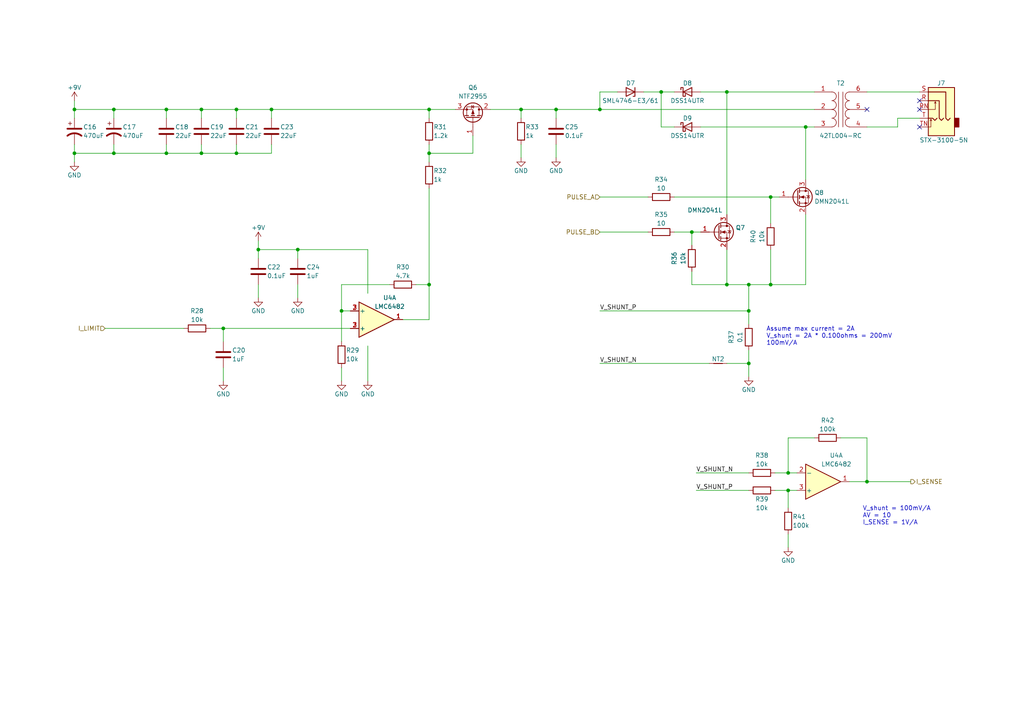
<source format=kicad_sch>
(kicad_sch (version 20211123) (generator eeschema)
  (paper "A4")
  (title_block (title "SW-3221: Isolated Channel Driver") (date "2022-01-31") (rev "1"))
  (lib_symbols
    (symbol "Amplifier_Operational:LMC6482" (pin_names (offset 0.127))
      (property "Reference" "U" (at 0 5.08 0))
      (property "Value" "LMC6482" (at 0 -5.08 0))
      (symbol "LMC6482_1_1"
        (polyline (pts (xy -5.08 5.08) (xy 5.08 0) (xy -5.08 -5.08) (xy -5.08 5.08)) (stroke (width 0.254)) (fill (type background)))
        (pin output line (at 7.62 0 180) (length 2.54) (name "~") (number "1"))
        (pin input line (at -7.62 -2.54 0) (length 2.54) (name "-") (number "2"))
        (pin input line (at -7.62 2.54 0) (length 2.54) (name "+") (number "3"))
      )
      (symbol "LMC6482_2_1"
        (polyline (pts (xy -5.08 5.08) (xy 5.08 0) (xy -5.08 -5.08) (xy -5.08 5.08)) (stroke (width 0.254)) (fill (type background)))
        (pin input line (at -7.62 2.54 0) (length 2.54) (name "+") (number "5"))
        (pin input line (at -7.62 -2.54 0) (length 2.54) (name "-") (number "6"))
        (pin output line (at 7.62 0 180) (length 2.54) (name "~") (number "7"))
      )
      (symbol "LMC6482_3_1"
        (pin power_in line (at -2.54 -7.62 90) (length 3.81) (name "V-") (number "4"))
        (pin power_in line (at -2.54 7.62 270) (length 3.81) (name "V+") (number "8"))
      )
    )
    (symbol "Connector:AudioJack3_SwitchTR"
      (property "Reference" "J" (at 0 8.89 0))
      (property "Value" "AudioJack3_SwitchTR" (at 0 6.35 0))
      (symbol "AudioJack3_SwitchTR_0_1"
        (rectangle (start -5.08 -5.08) (end -6.35 -7.62) (stroke (width 0.254)) (fill (type outline)))
        (polyline (pts (xy 0.508 -0.254) (xy 0.762 -0.762)))
        (polyline (pts (xy 1.778 -5.334) (xy 2.032 -5.842)))
        (polyline (pts (xy 0 -5.08) (xy 0.635 -5.715) (xy 1.27 -5.08) (xy 2.54 -5.08)) (stroke (width 0.254)))
        (polyline (pts (xy 2.54 -7.62) (xy 1.778 -7.62) (xy 1.778 -5.334) (xy 1.524 -5.842)))
        (polyline (pts (xy 2.54 -2.54) (xy 0.508 -2.54) (xy 0.508 -0.254) (xy 0.254 -0.762)))
        (polyline (pts (xy -1.905 -5.08) (xy -1.27 -5.715) (xy -0.635 -5.08) (xy -0.635 0) (xy 2.54 0)) (stroke (width 0.254)))
        (polyline (pts (xy 2.54 2.54) (xy -2.54 2.54) (xy -2.54 -5.08) (xy -3.175 -5.715) (xy -3.81 -5.08)) (stroke (width 0.254)))
        (rectangle (start 2.54 3.81) (end -5.08 -10.16) (stroke (width 0.254)) (fill (type background)))
      )
      (symbol "AudioJack3_SwitchTR_1_1"
        (pin passive line (at 5.08 0 180) (length 2.54) (name "~") (number "R"))
        (pin passive line (at 5.08 -2.54 180) (length 2.54) (name "~") (number "RN"))
        (pin passive line (at 5.08 2.54 180) (length 2.54) (name "~") (number "S"))
        (pin passive line (at 5.08 -5.08 180) (length 2.54) (name "~") (number "T"))
        (pin passive line (at 5.08 -7.62 180) (length 2.54) (name "~") (number "TN"))
      )
    )
    (symbol "Device:C" (pin_numbers hide) (pin_names (offset 0.254))
      (property "Reference" "C" (at 0.635 2.54 0))
      (property "Value" "C" (at 0.635 -2.54 0))
      (symbol "C_0_1"
        (polyline (pts (xy -2.032 -0.762) (xy 2.032 -0.762)) (stroke (width 0.508)))
        (polyline (pts (xy -2.032 0.762) (xy 2.032 0.762)) (stroke (width 0.508)))
      )
      (symbol "C_1_1"
        (pin passive line (at 0 3.81 270) (length 2.794) (name "~") (number "1"))
        (pin passive line (at 0 -3.81 90) (length 2.794) (name "~") (number "2"))
      )
    )
    (symbol "Device:C_Polarized_US" (pin_numbers hide) (pin_names (offset 0.254) hide)
      (property "Reference" "C" (at 0.635 2.54 0))
      (property "Value" "C_Polarized_US" (at 0.635 -2.54 0))
      (symbol "C_Polarized_US_0_1"
        (polyline (pts (xy -2.032 0.762) (xy 2.032 0.762)) (stroke (width 0.508)))
        (polyline (pts (xy -1.778 2.286) (xy -0.762 2.286)))
        (polyline (pts (xy -1.27 1.778) (xy -1.27 2.794)))
        (arc (start 2.032 -1.27) (mid 0 -0.5572) (end -2.032 -1.27) (stroke (width 0.508)))
      )
      (symbol "C_Polarized_US_1_1"
        (pin passive line (at 0 3.81 270) (length 2.794) (name "~") (number "1"))
        (pin passive line (at 0 -3.81 90) (length 3.302) (name "~") (number "2"))
      )
    )
    (symbol "Device:D_Schottky" (pin_numbers hide) (pin_names (offset 1.016) hide)
      (property "Reference" "D" (at 0 2.54 0))
      (property "Value" "D_Schottky" (at 0 -2.54 0))
      (symbol "D_Schottky_0_1"
        (polyline (pts (xy 1.27 0) (xy -1.27 0)))
        (polyline (pts (xy 1.27 1.27) (xy 1.27 -1.27) (xy -1.27 0) (xy 1.27 1.27)) (stroke (width 0.254)))
        (polyline (pts (xy -1.905 0.635) (xy -1.905 1.27) (xy -1.27 1.27) (xy -1.27 -1.27) (xy -0.635 -1.27) (xy -0.635 -0.635)) (stroke (width 0.254)))
      )
      (symbol "D_Schottky_1_1"
        (pin passive line (at -3.81 0 0) (length 2.54) (name "K") (number "1"))
        (pin passive line (at 3.81 0 180) (length 2.54) (name "A") (number "2"))
      )
    )
    (symbol "Device:D_Zener" (pin_numbers hide) (pin_names (offset 1.016) hide)
      (property "Reference" "D" (at 0 2.54 0))
      (property "Value" "D_Zener" (at 0 -2.54 0))
      (symbol "D_Zener_0_1"
        (polyline (pts (xy 1.27 0) (xy -1.27 0)))
        (polyline (pts (xy -1.27 -1.27) (xy -1.27 1.27) (xy -0.762 1.27)) (stroke (width 0.254)))
        (polyline (pts (xy 1.27 -1.27) (xy 1.27 1.27) (xy -1.27 0) (xy 1.27 -1.27)) (stroke (width 0.254)))
      )
      (symbol "D_Zener_1_1"
        (pin passive line (at -3.81 0 0) (length 2.54) (name "K") (number "1"))
        (pin passive line (at 3.81 0 180) (length 2.54) (name "A") (number "2"))
      )
    )
    (symbol "Device:NetTie_2" (pin_numbers hide) (pin_names (offset 0) hide)
      (property "Reference" "NT" (at 0 1.27 0))
      (property "Value" "NetTie_2" (at 0 -1.27 0))
      (symbol "NetTie_2_0_1"
        (polyline (pts (xy -1.27 0) (xy 1.27 0)) (stroke (width 0.254)))
      )
      (symbol "NetTie_2_1_1"
        (pin passive line (at -2.54 0 0) (length 2.54) (name "1") (number "1"))
        (pin passive line (at 2.54 0 180) (length 2.54) (name "2") (number "2"))
      )
    )
    (symbol "Device:Q_PMOS_GDS" (pin_names (offset 0) hide)
      (property "Reference" "Q" (at 5.08 1.27 0))
      (property "Value" "Q_PMOS_GDS" (at 5.08 -1.27 0))
      (symbol "Q_PMOS_GDS_0_1"
        (polyline (pts (xy 0.254 0) (xy -2.54 0)))
        (polyline (pts (xy 0.254 1.905) (xy 0.254 -1.905)) (stroke (width 0.254)))
        (polyline (pts (xy 0.762 -1.27) (xy 0.762 -2.286)) (stroke (width 0.254)))
        (polyline (pts (xy 0.762 0.508) (xy 0.762 -0.508)) (stroke (width 0.254)))
        (polyline (pts (xy 0.762 2.286) (xy 0.762 1.27)) (stroke (width 0.254)))
        (polyline (pts (xy 2.54 2.54) (xy 2.54 1.778)))
        (polyline (pts (xy 2.54 -2.54) (xy 2.54 0) (xy 0.762 0)))
        (polyline (pts (xy 0.762 1.778) (xy 3.302 1.778) (xy 3.302 -1.778) (xy 0.762 -1.778)))
        (polyline (pts (xy 2.286 0) (xy 1.27 0.381) (xy 1.27 -0.381) (xy 2.286 0)) (fill (type outline)))
        (polyline (pts (xy 2.794 -0.508) (xy 2.921 -0.381) (xy 3.683 -0.381) (xy 3.81 -0.254)))
        (polyline (pts (xy 3.302 -0.381) (xy 2.921 0.254) (xy 3.683 0.254) (xy 3.302 -0.381)))
        (circle (center 1.651 0) (radius 2.794) (stroke (width 0.254)))
        (circle (center 2.54 -1.778) (radius 0.254) (fill (type outline)))
        (circle (center 2.54 1.778) (radius 0.254) (fill (type outline)))
      )
      (symbol "Q_PMOS_GDS_1_1"
        (pin input line (at -5.08 0 0) (length 2.54) (name "G") (number "1"))
        (pin passive line (at 2.54 5.08 270) (length 2.54) (name "D") (number "2"))
        (pin passive line (at 2.54 -5.08 90) (length 2.54) (name "S") (number "3"))
      )
    )
    (symbol "Device:R" (pin_numbers hide) (pin_names (offset 0))
      (property "Reference" "R" (at 2.032 0 90))
      (property "Value" "R" (at 0 0 90))
      (symbol "R_0_1"
        (rectangle (start -1.016 -2.54) (end 1.016 2.54) (stroke (width 0.254)))
      )
      (symbol "R_1_1"
        (pin passive line (at 0 3.81 270) (length 1.27) (name "~") (number "1"))
        (pin passive line (at 0 -3.81 90) (length 1.27) (name "~") (number "2"))
      )
    )
    (symbol "SaawLib:Transformer_SP_SS" (pin_names hide)
      (property "Reference" "T" (at 0 10.16 0))
      (property "Value" "Transformer_SP_SS" (at 0 7.62 0))
      (symbol "Transformer_SP_SS_0_1"
        (arc (start -2.54 -5.0546) (mid -1.6561 -4.6863) (end -1.27 -3.81))
        (arc (start -2.54 -2.5146) (mid -1.6561 -2.1463) (end -1.27 -1.27))
        (arc (start -2.54 0.0254) (mid -1.6561 0.3937) (end -1.27 1.27))
        (arc (start -2.54 2.5654) (mid -1.6561 2.9337) (end -1.27 3.81))
        (arc (start -1.27 -3.81) (mid -1.642 -2.912) (end -2.54 -2.54))
        (arc (start -1.27 -1.27) (mid -1.642 -0.372) (end -2.54 0))
        (arc (start -1.27 1.27) (mid -1.642 2.168) (end -2.54 2.54))
        (arc (start -1.27 3.81) (mid -1.642 4.708) (end -2.54 5.08))
        (polyline (pts (xy -0.635 5.08) (xy -0.635 -5.08)))
        (polyline (pts (xy 0.635 -5.08) (xy 0.635 5.08)))
        (arc (start 1.2954 -1.27) (mid 1.6599 -2.1501) (end 2.54 -2.5146))
        (arc (start 1.2954 1.27) (mid 1.6599 0.3899) (end 2.54 0.0254))
        (arc (start 1.2954 3.81) (mid 1.6599 2.9299) (end 2.54 2.5654))
        (arc (start 1.3208 -3.81) (mid 1.6853 -4.6901) (end 2.5654 -5.0546))
        (arc (start 2.54 0) (mid 1.6456 -0.3683) (end 1.2954 -1.27))
        (arc (start 2.54 2.54) (mid 1.6456 2.1717) (end 1.2954 1.27))
        (arc (start 2.54 5.08) (mid 1.6456 4.7117) (end 1.2954 3.81))
        (arc (start 2.5654 -2.54) (mid 1.671 -2.9083) (end 1.3208 -3.81))
      )
      (symbol "Transformer_SP_SS_1_1"
        (pin passive line (at -7.62 5.08 0) (length 5.08) (name "PR1") (number "1"))
        (pin passive line (at -7.62 0 0) (length 5.08) (name "PM") (number "2"))
        (pin passive line (at -7.62 -5.08 0) (length 5.08) (name "PR2") (number "3"))
        (pin passive line (at 7.62 -5.08 180) (length 5.08) (name "S1") (number "4"))
        (pin passive line (at 7.62 0 180) (length 5.08) (name "SM") (number "5"))
        (pin passive line (at 7.62 5.08 180) (length 5.08) (name "S2") (number "6"))
      )
    )
    (symbol "Transistor_FET:DMN2041L" (pin_names hide)
      (property "Reference" "Q" (at 5.08 1.905 0))
      (property "Value" "DMN2041L" (at 5.08 0 0))
      (symbol "DMN2041L_0_1"
        (polyline (pts (xy 0.254 0) (xy -2.54 0)))
        (polyline (pts (xy 0.254 1.905) (xy 0.254 -1.905)) (stroke (width 0.254)))
        (polyline (pts (xy 0.762 -1.27) (xy 0.762 -2.286)) (stroke (width 0.254)))
        (polyline (pts (xy 0.762 0.508) (xy 0.762 -0.508)) (stroke (width 0.254)))
        (polyline (pts (xy 0.762 2.286) (xy 0.762 1.27)) (stroke (width 0.254)))
        (polyline (pts (xy 2.54 2.54) (xy 2.54 1.778)))
        (polyline (pts (xy 2.54 -2.54) (xy 2.54 0) (xy 0.762 0)))
        (polyline (pts (xy 0.762 -1.778) (xy 3.302 -1.778) (xy 3.302 1.778) (xy 0.762 1.778)))
        (polyline (pts (xy 1.016 0) (xy 2.032 0.381) (xy 2.032 -0.381) (xy 1.016 0)) (fill (type outline)))
        (polyline (pts (xy 2.794 0.508) (xy 2.921 0.381) (xy 3.683 0.381) (xy 3.81 0.254)))
        (polyline (pts (xy 3.302 0.381) (xy 2.921 -0.254) (xy 3.683 -0.254) (xy 3.302 0.381)))
        (circle (center 1.651 0) (radius 2.794) (stroke (width 0.254)))
        (circle (center 2.54 -1.778) (radius 0.254) (fill (type outline)))
        (circle (center 2.54 1.778) (radius 0.254) (fill (type outline)))
      )
      (symbol "DMN2041L_1_1"
        (pin input line (at -5.08 0 0) (length 2.54) (name "G") (number "1"))
        (pin passive line (at 2.54 -5.08 90) (length 2.54) (name "S") (number "2"))
        (pin passive line (at 2.54 5.08 270) (length 2.54) (name "D") (number "3"))
      )
    )
    (symbol "power:+9V" (power) (pin_names (offset 0))
      (property "Value" "+9V" (at 0 3.556 0))
      (symbol "+9V_0_1"
        (polyline (pts (xy -0.762 1.27) (xy 0 2.54)))
        (polyline (pts (xy 0 0) (xy 0 2.54)))
        (polyline (pts (xy 0 2.54) (xy 0.762 1.27)))
      )
      (symbol "+9V_1_1"
        (pin power_in line (at 0 0 90) (length 0) hide (name "+9V") (number "1"))
      )
    )
    (symbol "power:GND" (power) (pin_names (offset 0))
      (property "Value" "GND" (at 0 -3.81 0))
      (symbol "GND_0_1"
        (polyline (pts (xy 0 0) (xy 0 -1.27) (xy 1.27 -1.27) (xy 0 -2.54) (xy -1.27 -1.27) (xy 0 -1.27)))
      )
      (symbol "GND_1_1"
        (pin power_in line (at 0 0 270) (length 0) hide (name "GND") (number "1"))
      )
    )
  )
  (junction (at 191.77 26.67))
  (junction (at 68.58 31.75))
  (junction (at 99.06 90.17))
  (junction (at 200.66 67.31))
  (junction (at 68.58 44.45))
  (junction (at 223.52 57.15))
  (junction (at 173.99 31.75))
  (junction (at 124.46 82.55))
  (junction (at 228.6 137.16))
  (junction (at 210.82 26.67))
  (junction (at 58.42 31.75))
  (junction (at 124.46 31.75))
  (junction (at 251.46 139.7))
  (junction (at 86.36 72.39))
  (junction (at 64.77 95.25))
  (junction (at 223.52 82.55))
  (junction (at 233.68 36.83))
  (junction (at 78.74 31.75))
  (junction (at 217.17 82.55))
  (junction (at 33.02 44.45))
  (junction (at 124.46 44.45))
  (junction (at 33.02 31.75))
  (junction (at 161.29 31.75))
  (junction (at 74.93 72.39))
  (junction (at 217.17 90.17))
  (junction (at 48.26 31.75))
  (junction (at 21.59 44.45))
  (junction (at 210.82 82.55))
  (junction (at 21.59 31.75))
  (junction (at 228.6 142.24))
  (junction (at 58.42 44.45))
  (junction (at 151.13 31.75))
  (junction (at 48.26 44.45))
  (junction (at 217.17 105.41))
  (no_connect (at 266.7 29.21))
  (no_connect (at 266.7 36.83))
  (no_connect (at 266.7 31.75))
  (no_connect (at 251.46 31.75))
  (wire (pts (xy 78.74 41.91) (xy 78.74 44.45)))
  (wire (pts (xy 210.82 82.55) (xy 217.17 82.55)))
  (wire (pts (xy 217.17 90.17) (xy 217.17 93.98)))
  (wire (pts (xy 151.13 41.91) (xy 151.13 45.72)))
  (wire (pts (xy 191.77 36.83) (xy 191.77 26.67)))
  (wire (pts (xy 266.7 34.29) (xy 260.35 34.29)))
  (wire (pts (xy 210.82 26.67) (xy 210.82 62.23)))
  (wire (pts (xy 124.46 82.55) (xy 124.46 92.71)))
  (wire (pts (xy 33.02 41.91) (xy 33.02 44.45)))
  (wire (pts (xy 251.46 36.83) (xy 260.35 36.83)))
  (wire (pts (xy 186.69 26.67) (xy 191.77 26.67)))
  (wire (pts (xy 195.58 57.15) (xy 223.52 57.15)))
  (wire (pts (xy 116.84 92.71) (xy 124.46 92.71)))
  (wire (pts (xy 68.58 31.75) (xy 68.58 34.29)))
  (wire (pts (xy 200.66 82.55) (xy 200.66 78.74)))
  (wire (pts (xy 120.65 82.55) (xy 124.46 82.55)))
  (wire (pts (xy 203.2 26.67) (xy 210.82 26.67)))
  (wire (pts (xy 223.52 82.55) (xy 233.68 82.55)))
  (wire (pts (xy 173.99 31.75) (xy 236.22 31.75)))
  (wire (pts (xy 78.74 34.29) (xy 78.74 31.75)))
  (wire (pts (xy 161.29 31.75) (xy 173.99 31.75)))
  (wire (pts (xy 243.84 127) (xy 251.46 127)))
  (wire (pts (xy 58.42 44.45) (xy 68.58 44.45)))
  (wire (pts (xy 74.93 82.55) (xy 74.93 86.36)))
  (wire (pts (xy 217.17 101.6) (xy 217.17 105.41)))
  (wire (pts (xy 64.77 95.25) (xy 101.6 95.25)))
  (wire (pts (xy 223.52 72.39) (xy 223.52 82.55)))
  (wire (pts (xy 210.82 26.67) (xy 236.22 26.67)))
  (wire (pts (xy 86.36 72.39) (xy 106.68 72.39)))
  (wire (pts (xy 191.77 36.83) (xy 195.58 36.83)))
  (wire (pts (xy 151.13 31.75) (xy 151.13 34.29)))
  (wire (pts (xy 142.24 31.75) (xy 151.13 31.75)))
  (wire (pts (xy 224.79 137.16) (xy 228.6 137.16)))
  (wire (pts (xy 33.02 44.45) (xy 48.26 44.45)))
  (wire (pts (xy 124.46 44.45) (xy 124.46 46.99)))
  (wire (pts (xy 210.82 82.55) (xy 200.66 82.55)))
  (wire (pts (xy 74.93 72.39) (xy 74.93 74.93)))
  (wire (pts (xy 30.48 95.25) (xy 53.34 95.25)))
  (wire (pts (xy 124.46 31.75) (xy 132.08 31.75)))
  (wire (pts (xy 124.46 41.91) (xy 124.46 44.45)))
  (wire (pts (xy 228.6 154.94) (xy 228.6 158.75)))
  (wire (pts (xy 21.59 41.91) (xy 21.59 44.45)))
  (wire (pts (xy 58.42 31.75) (xy 68.58 31.75)))
  (wire (pts (xy 137.16 39.37) (xy 137.16 44.45)))
  (wire (pts (xy 228.6 137.16) (xy 231.14 137.16)))
  (wire (pts (xy 203.2 36.83) (xy 233.68 36.83)))
  (wire (pts (xy 33.02 34.29) (xy 33.02 31.75)))
  (wire (pts (xy 210.82 105.41) (xy 217.17 105.41)))
  (wire (pts (xy 124.46 54.61) (xy 124.46 82.55)))
  (wire (pts (xy 200.66 67.31) (xy 200.66 71.12)))
  (wire (pts (xy 68.58 31.75) (xy 78.74 31.75)))
  (wire (pts (xy 251.46 139.7) (xy 264.16 139.7)))
  (wire (pts (xy 58.42 41.91) (xy 58.42 44.45)))
  (wire (pts (xy 74.93 72.39) (xy 86.36 72.39)))
  (wire (pts (xy 233.68 62.23) (xy 233.68 82.55)))
  (wire (pts (xy 251.46 127) (xy 251.46 139.7)))
  (wire (pts (xy 224.79 142.24) (xy 228.6 142.24)))
  (wire (pts (xy 60.96 95.25) (xy 64.77 95.25)))
  (wire (pts (xy 228.6 127) (xy 228.6 137.16)))
  (wire (pts (xy 217.17 82.55) (xy 223.52 82.55)))
  (wire (pts (xy 78.74 31.75) (xy 124.46 31.75)))
  (wire (pts (xy 21.59 44.45) (xy 21.59 46.99)))
  (wire (pts (xy 64.77 95.25) (xy 64.77 99.06)))
  (wire (pts (xy 201.93 137.16) (xy 217.17 137.16)))
  (wire (pts (xy 223.52 57.15) (xy 226.06 57.15)))
  (wire (pts (xy 86.36 82.55) (xy 86.36 86.36)))
  (wire (pts (xy 210.82 72.39) (xy 210.82 82.55)))
  (wire (pts (xy 228.6 142.24) (xy 228.6 147.32)))
  (wire (pts (xy 251.46 26.67) (xy 266.7 26.67)))
  (wire (pts (xy 106.68 72.39) (xy 106.68 85.09)))
  (wire (pts (xy 21.59 31.75) (xy 33.02 31.75)))
  (wire (pts (xy 223.52 57.15) (xy 223.52 64.77)))
  (wire (pts (xy 99.06 90.17) (xy 99.06 99.06)))
  (wire (pts (xy 68.58 41.91) (xy 68.58 44.45)))
  (wire (pts (xy 68.58 44.45) (xy 78.74 44.45)))
  (wire (pts (xy 161.29 31.75) (xy 161.29 34.29)))
  (wire (pts (xy 217.17 82.55) (xy 217.17 90.17)))
  (wire (pts (xy 99.06 82.55) (xy 99.06 90.17)))
  (wire (pts (xy 191.77 26.67) (xy 195.58 26.67)))
  (wire (pts (xy 48.26 44.45) (xy 58.42 44.45)))
  (wire (pts (xy 99.06 90.17) (xy 101.6 90.17)))
  (wire (pts (xy 113.03 82.55) (xy 99.06 82.55)))
  (wire (pts (xy 151.13 31.75) (xy 161.29 31.75)))
  (wire (pts (xy 48.26 31.75) (xy 48.26 34.29)))
  (wire (pts (xy 246.38 139.7) (xy 251.46 139.7)))
  (wire (pts (xy 173.99 57.15) (xy 187.96 57.15)))
  (wire (pts (xy 236.22 127) (xy 228.6 127)))
  (wire (pts (xy 21.59 31.75) (xy 21.59 34.29)))
  (wire (pts (xy 173.99 26.67) (xy 173.99 31.75)))
  (wire (pts (xy 173.99 90.17) (xy 217.17 90.17)))
  (wire (pts (xy 217.17 105.41) (xy 217.17 109.22)))
  (wire (pts (xy 64.77 106.68) (xy 64.77 110.49)))
  (wire (pts (xy 161.29 41.91) (xy 161.29 45.72)))
  (wire (pts (xy 21.59 29.21) (xy 21.59 31.75)))
  (wire (pts (xy 179.07 26.67) (xy 173.99 26.67)))
  (wire (pts (xy 137.16 44.45) (xy 124.46 44.45)))
  (wire (pts (xy 48.26 41.91) (xy 48.26 44.45)))
  (wire (pts (xy 228.6 142.24) (xy 231.14 142.24)))
  (wire (pts (xy 195.58 67.31) (xy 200.66 67.31)))
  (wire (pts (xy 233.68 36.83) (xy 236.22 36.83)))
  (wire (pts (xy 33.02 31.75) (xy 48.26 31.75)))
  (wire (pts (xy 99.06 106.68) (xy 99.06 110.49)))
  (wire (pts (xy 173.99 105.41) (xy 205.74 105.41)))
  (wire (pts (xy 48.26 31.75) (xy 58.42 31.75)))
  (wire (pts (xy 74.93 69.85) (xy 74.93 72.39)))
  (wire (pts (xy 33.02 44.45) (xy 21.59 44.45)))
  (wire (pts (xy 201.93 142.24) (xy 217.17 142.24)))
  (wire (pts (xy 58.42 31.75) (xy 58.42 34.29)))
  (wire (pts (xy 233.68 36.83) (xy 233.68 52.07)))
  (wire (pts (xy 86.36 74.93) (xy 86.36 72.39)))
  (wire (pts (xy 200.66 67.31) (xy 203.2 67.31)))
  (wire (pts (xy 173.99 67.31) (xy 187.96 67.31)))
  (wire (pts (xy 260.35 34.29) (xy 260.35 36.83)))
  (wire (pts (xy 124.46 31.75) (xy 124.46 34.29)))
  (wire (pts (xy 106.68 100.33) (xy 106.68 110.49)))
  (text "V_shunt = 100mV/A\nAV = 10\nI_SENSE = 1V/A" (at 250.19 152.4 0) (effects (font (size 1.27 1.27)) (justify left bottom)))
  (text "Assume max current = 2A\nV_shunt = 2A * 0.100ohms = 200mV\n100mV/A" (at 222.25 100.33 0) (effects (font (size 1.27 1.27)) (justify left bottom)))
  (label "V_SHUNT_P" (at 201.93 142.24 0))
  (label "V_SHUNT_P" (at 173.99 90.17 0))
  (label "V_SHUNT_N" (at 201.93 137.16 0))
  (label "V_SHUNT_N" (at 173.99 105.41 0))
  (hierarchical_label "PULSE_A" (shape input) (at 173.99 57.15 180))
  (hierarchical_label "I_SENSE" (shape output) (at 264.16 139.7 0))
  (hierarchical_label "I_LIMIT" (shape input) (at 30.48 95.25 180))
  (hierarchical_label "PULSE_B" (shape input) (at 173.99 67.31 180))
  (symbol (lib_id "Device:C") (at 86.36 78.74 0)
    (property "Reference" "C24" (at 88.9 77.47 0) (effects (justify left)))
    (property "Value" "1uF" (at 88.9 80.01 0) (effects (justify left)))
    (property "Footprint" "Capacitor_SMD:C_0603_1608Metric" (effects hide))
    (property "MPN" "CL10B105KA8NNNC" (effects hide))
  )
  (symbol (lib_id "Device:R") (at 99.06 102.87 0)
    (property "Reference" "R29" (at 100.33 101.6 0) (effects (justify left)))
    (property "Value" "10k" (at 100.33 104.14 0) (effects (justify left)))
    (property "Footprint" "Resistor_SMD:R_0603_1608Metric" (effects hide))
    (property "MPN" "AC0603FR-1010KL" (effects hide))
  )
  (symbol (lib_id "Device:R") (at 220.98 142.24 90)
    (property "Reference" "R39" (at 220.98 144.78 90))
    (property "Value" "10k" (at 220.98 147.32 90))
    (property "Footprint" "Resistor_SMD:R_0603_1608Metric" (effects hide))
    (property "MPN" "AC0603FR-1010KL" (effects hide))
  )
  (symbol (lib_id "power:GND") (at 161.29 45.72 0)
    (property "Reference" "#PWR054" (effects hide))
    (property "Value" "GND" (at 161.29 49.53 0))
  )
  (symbol (lib_id "Device:C") (at 68.58 38.1 0)
    (property "Reference" "C21" (at 71.12 36.83 0) (effects (justify left)))
    (property "Value" "22uF" (at 71.12 39.37 0) (effects (justify left)))
    (property "Footprint" "Capacitor_SMD:C_1210_3225Metric" (effects hide))
    (property "MPN" "CL32A226MAJNNNE" (effects hide))
  )
  (symbol (lib_id "power:GND") (at 151.13 45.72 0)
    (property "Reference" "#PWR053" (effects hide))
    (property "Value" "GND" (at 151.13 49.53 0))
  )
  (symbol (lib_id "Device:R") (at 57.15 95.25 270)
    (property "Reference" "R28" (at 57.15 90.17 90))
    (property "Value" "10k" (at 57.15 92.71 90))
    (property "Footprint" "Resistor_SMD:R_0603_1608Metric" (effects hide))
    (property "MPN" "AC0603FR-1010KL" (effects hide))
  )
  (symbol (lib_id "power:+9V") (at 74.93 69.85 0)
    (property "Reference" "#PWR048" (effects hide))
    (property "Value" "+9V" (at 74.93 66.04 0))
  )
  (symbol (lib_id "Device:R") (at 151.13 38.1 180)
    (property "Reference" "R33" (at 152.4 36.83 0) (effects (justify right)))
    (property "Value" "1k" (at 152.4 39.37 0) (effects (justify right)))
    (property "Footprint" "Resistor_SMD:R_0603_1608Metric" (effects hide))
    (property "MPN" "AC0603FR-101KL" (effects hide))
  )
  (symbol (lib_id "power:GND") (at 21.59 46.99 0)
    (property "Reference" "#PWR046" (effects hide))
    (property "Value" "GND" (at 21.59 50.8 0))
  )
  (symbol (lib_id "Device:R") (at 200.66 74.93 0)
    (property "Reference" "R36" (at 195.58 74.93 90))
    (property "Value" "10k" (at 198.12 74.93 90))
    (property "Footprint" "Resistor_SMD:R_0603_1608Metric" (effects hide))
    (property "MPN" "AC0603FR-1010KL" (effects hide))
  )
  (symbol (lib_id "Connector:AudioJack3_SwitchTR") (at 271.78 29.21 0) (mirror y)
    (property "Reference" "J7" (at 271.78 24.13 0) (effects (justify right)))
    (property "Value" "STX-3100-5N" (at 266.7 40.64 0) (effects (justify right)))
    (property "Footprint" "SaawLib:STX-3100-5N" (effects hide))
    (property "Datasheet" "https://au.mouser.com/datasheet/2/222/STX3100-334726.pdf" (effects hide))
    (property "MPN" "STX-3100-5N" (effects hide))
  )
  (symbol (lib_id "Device:NetTie_2") (at 208.28 105.41 0) (in_bom no)
    (property "Reference" "NT2" (at 208.28 104.14 0))
    (property "Value" "NetTie_2" (effects hide))
    (property "Footprint" "NetTie:NetTie-2_SMD_Pad0.5mm" (effects hide))
  )
  (symbol (lib_id "power:GND") (at 228.6 158.75 0)
    (property "Reference" "#PWR056" (effects hide))
    (property "Value" "GND" (at 228.6 162.56 0))
  )
  (symbol (lib_id "power:GND") (at 106.68 110.49 0)
    (property "Reference" "#PWR052" (effects hide))
    (property "Value" "GND" (at 106.68 114.3 0))
  )
  (symbol (lib_id "Device:D_Zener") (at 182.88 26.67 180)
    (property "Reference" "D7" (at 182.88 24.13 0))
    (property "Value" "SML4746-E3/61" (at 182.88 29.21 0))
    (property "Footprint" "Diode_SMD:D_SMA" (effects hide))
    (property "MPN" "SML4746-E3/61" (effects hide))
  )
  (symbol (lib_id "power:+9V") (at 21.59 29.21 0)
    (property "Reference" "#PWR045" (effects hide))
    (property "Value" "+9V" (at 21.59 25.4 0))
  )
  (symbol (lib_id "Device:C") (at 48.26 38.1 0)
    (property "Reference" "C18" (at 50.8 36.83 0) (effects (justify left)))
    (property "Value" "22uF" (at 50.8 39.37 0) (effects (justify left)))
    (property "Footprint" "Capacitor_SMD:C_1210_3225Metric" (effects hide))
    (property "MPN" "CL32A226MAJNNNE" (effects hide))
  )
  (symbol (lib_id "Device:C") (at 74.93 78.74 0)
    (property "Reference" "C22" (at 77.47 77.47 0) (effects (justify left)))
    (property "Value" "0.1uF" (at 77.47 80.01 0) (effects (justify left)))
    (property "Footprint" "Capacitor_SMD:C_0603_1608Metric" (effects hide))
    (property "MPN" "CL10B104KB8WPND" (effects hide))
  )
  (symbol (lib_id "SaawLib:Transformer_SP_SS") (at 243.84 31.75 0)
    (property "Reference" "T2" (at 243.84 24.13 0))
    (property "Value" "42TL004-RC" (at 243.84 39.37 0))
    (property "Footprint" "SaawLib:42TL" (effects hide))
    (property "Datasheet" "https://au.mouser.com/datasheet/2/449/Yuetone_XC-600127-1212403.pdf" (effects hide))
    (property "MPN" "42TL004-RC" (effects hide))
  )
  (symbol (lib_id "Device:R") (at 223.52 68.58 0)
    (property "Reference" "R40" (at 218.44 68.58 90))
    (property "Value" "10k" (at 220.98 68.58 90))
    (property "Footprint" "Resistor_SMD:R_0603_1608Metric" (effects hide))
    (property "MPN" "AC0603FR-1010KL" (effects hide))
  )
  (symbol (lib_id "Device:R") (at 116.84 82.55 270)
    (property "Reference" "R30" (at 116.84 77.47 90))
    (property "Value" "4.7k" (at 116.84 80.01 90))
    (property "Footprint" "Resistor_SMD:R_0603_1608Metric" (effects hide))
    (property "MPN" "AC0603FR-134K7L" (effects hide))
  )
  (symbol (lib_id "Device:R") (at 124.46 38.1 180)
    (property "Reference" "R31" (at 125.73 36.83 0) (effects (justify right)))
    (property "Value" "1.2k" (at 125.73 39.37 0) (effects (justify right)))
    (property "Footprint" "Resistor_SMD:R_0603_1608Metric" (effects hide))
    (property "MPN" "AC0603FR-071K2L" (effects hide))
  )
  (symbol (lib_id "Device:R") (at 124.46 50.8 180)
    (property "Reference" "R32" (at 125.73 49.53 0) (effects (justify right)))
    (property "Value" "1k" (at 125.73 52.07 0) (effects (justify right)))
    (property "Footprint" "Resistor_SMD:R_0603_1608Metric" (effects hide))
    (property "MPN" "AC0603FR-101KL" (effects hide))
  )
  (symbol (lib_id "Transistor_FET:DMN2041L") (at 208.28 67.31 0)
    (property "Reference" "Q7" (at 213.36 66.04 0) (effects (justify left)))
    (property "Value" "DMN2041L" (at 199.39 60.96 0) (effects (justify left)))
    (property "Footprint" "Package_TO_SOT_SMD:SOT-23" (effects hide))
    (property "Datasheet" "https://www.diodes.com/assets/Datasheets/products_inactive_data/DMN2041L.pdf" (effects hide))
    (property "MPN" "DMN2041L-7" (effects hide))
  )
  (symbol (lib_id "Device:C_Polarized_US") (at 33.02 38.1 0)
    (property "Reference" "C17" (at 35.56 36.83 0) (effects (justify left)))
    (property "Value" "470uF" (at 35.56 39.37 0) (effects (justify left)))
    (property "Footprint" "Capacitor_THT:CP_Radial_D8.0mm_P3.50mm" (effects hide))
    (property "MPN" "477CKE016M" (effects hide))
  )
  (symbol (lib_id "Device:C_Polarized_US") (at 21.59 38.1 0)
    (property "Reference" "C16" (at 24.13 36.83 0) (effects (justify left)))
    (property "Value" "470uF" (at 24.13 39.37 0) (effects (justify left)))
    (property "Footprint" "Capacitor_THT:CP_Radial_D8.0mm_P3.50mm" (effects hide))
    (property "MPN" "477CKE016M" (effects hide))
  )
  (symbol (lib_id "Device:R") (at 191.77 57.15 270)
    (property "Reference" "R34" (at 191.77 52.07 90))
    (property "Value" "10" (at 191.77 54.61 90))
    (property "Footprint" "Resistor_SMD:R_0603_1608Metric" (effects hide))
    (property "MPN" "RC0603FR-0710RL" (effects hide))
  )
  (symbol (lib_id "Device:D_Schottky") (at 199.39 36.83 0)
    (property "Reference" "D9" (at 199.39 34.29 0))
    (property "Value" "DSS14UTR" (at 199.39 39.37 0))
    (property "Footprint" "Diode_SMD:D_SOD-123F" (effects hide))
    (property "MPN" "DSS14UTR" (effects hide))
  )
  (symbol (lib_id "power:GND") (at 99.06 110.49 0)
    (property "Reference" "#PWR051" (effects hide))
    (property "Value" "GND" (at 99.06 114.3 0))
  )
  (symbol (lib_id "Device:C") (at 58.42 38.1 0)
    (property "Reference" "C19" (at 60.96 36.83 0) (effects (justify left)))
    (property "Value" "22uF" (at 60.96 39.37 0) (effects (justify left)))
    (property "Footprint" "Capacitor_SMD:C_1210_3225Metric" (effects hide))
    (property "MPN" "CL32A226MAJNNNE" (effects hide))
  )
  (symbol (lib_id "Transistor_FET:DMN2041L") (at 231.14 57.15 0)
    (property "Reference" "Q8" (at 236.22 55.88 0) (effects (justify left)))
    (property "Value" "DMN2041L" (at 236.22 58.42 0) (effects (justify left)))
    (property "Footprint" "Package_TO_SOT_SMD:SOT-23" (effects hide))
    (property "Datasheet" "https://www.diodes.com/assets/Datasheets/products_inactive_data/DMN2041L.pdf" (effects hide))
    (property "MPN" "DMN2041L-7" (effects hide))
  )
  (symbol (lib_id "Amplifier_Operational:LMC6482") (at 238.76 139.7 0) (mirror x)
    (property "Reference" "U4" (at 242.57 132.08 0))
    (property "Value" "LMC6482" (at 242.57 134.62 0))
    (property "Footprint" "Package_SO:SOIC-8_3.9x4.9mm_P1.27mm" (effects hide))
    (property "Datasheet" "http://www.ti.com/lit/ds/symlink/lmc6482.pdf" (effects hide))
    (property "MPN" "LMC6482IDT" (effects hide))
  )
  (symbol (lib_id "Device:R") (at 220.98 137.16 90)
    (property "Reference" "R38" (at 220.98 132.08 90))
    (property "Value" "10k" (at 220.98 134.62 90))
    (property "Footprint" "Resistor_SMD:R_0603_1608Metric" (effects hide))
    (property "MPN" "AC0603FR-1010KL" (effects hide))
  )
  (symbol (lib_id "Device:Q_PMOS_GDS") (at 137.16 34.29 270) (mirror x)
    (property "Reference" "Q6" (at 137.16 25.4 90))
    (property "Value" "NTF2955" (at 137.16 27.94 90))
    (property "Footprint" "Package_TO_SOT_SMD:SOT-223-3_TabPin2" (effects hide))
    (property "Datasheet" "https://au.mouser.com/datasheet/2/308/1/NTF2955_D-2318911.pdf" (effects hide))
    (property "MPN" "NTF2955T1G" (effects hide))
  )
  (symbol (lib_id "Device:D_Schottky") (at 199.39 26.67 0)
    (property "Reference" "D8" (at 199.39 24.13 0))
    (property "Value" "DSS14UTR" (at 199.39 29.21 0))
    (property "Footprint" "Diode_SMD:D_SOD-123F" (effects hide))
    (property "MPN" "DSS14UTR" (effects hide))
  )
  (symbol (lib_id "Amplifier_Operational:LMC6482") (at 109.22 92.71 0)
    (property "Reference" "U4" (effects hide))
    (property "Value" "LMC6482" (effects hide))
    (property "Footprint" "Package_SO:SOIC-8_3.9x4.9mm_P1.27mm" (effects hide))
    (property "Datasheet" "http://www.ti.com/lit/ds/symlink/lmc6482.pdf" (effects hide))
    (property "MPN" "LMC6482IDT" (effects hide))
  )
  (symbol (lib_id "Device:R") (at 228.6 151.13 0)
    (property "Reference" "R41" (at 229.87 149.86 0) (effects (justify left)))
    (property "Value" "100k" (at 229.87 152.4 0) (effects (justify left)))
    (property "Footprint" "Resistor_SMD:R_0603_1608Metric" (effects hide))
    (property "MPN" "CRCW0603100KFKEAC" (effects hide))
  )
  (symbol (lib_id "Device:R") (at 217.17 97.79 0)
    (property "Reference" "R37" (at 212.09 97.79 90))
    (property "Value" "0.1" (at 214.63 97.79 90))
    (property "Footprint" "Resistor_SMD:R_1206_3216Metric" (effects hide))
    (property "MPN" "SCRR1206S1-R100F" (effects hide))
  )
  (symbol (lib_id "Device:C") (at 64.77 102.87 0)
    (property "Reference" "C20" (at 67.31 101.6 0) (effects (justify left)))
    (property "Value" "1uF" (at 67.31 104.14 0) (effects (justify left)))
    (property "Footprint" "Capacitor_SMD:C_0603_1608Metric" (effects hide))
    (property "MPN" "CL10B105KA8NNNC" (effects hide))
  )
  (symbol (lib_id "power:GND") (at 217.17 109.22 0)
    (property "Reference" "#PWR055" (effects hide))
    (property "Value" "GND" (at 217.17 113.03 0))
  )
  (symbol (lib_id "Device:R") (at 191.77 67.31 270)
    (property "Reference" "R35" (at 191.77 62.23 90))
    (property "Value" "10" (at 191.77 64.77 90))
    (property "Footprint" "Resistor_SMD:R_0603_1608Metric" (effects hide))
    (property "MPN" "RC0603FR-0710RL" (effects hide))
  )
  (symbol (lib_id "power:GND") (at 74.93 86.36 0)
    (property "Reference" "#PWR049" (effects hide))
    (property "Value" "GND" (at 74.93 90.17 0))
  )
  (symbol (lib_id "Amplifier_Operational:LMC6482") (at 109.22 92.71 0) (mirror x)
    (property "Reference" "U4" (at 113.03 86.36 0))
    (property "Value" "LMC6482" (at 113.03 88.9 0))
    (property "Footprint" "Package_SO:SOIC-8_3.9x4.9mm_P1.27mm" (effects hide))
    (property "Datasheet" "http://www.ti.com/lit/ds/symlink/lmc6482.pdf" (effects hide))
    (property "MPN" "LMC6482IDT" (effects hide))
  )
  (symbol (lib_id "Device:C") (at 78.74 38.1 0)
    (property "Reference" "C23" (at 81.28 36.83 0) (effects (justify left)))
    (property "Value" "22uF" (at 81.28 39.37 0) (effects (justify left)))
    (property "Footprint" "Capacitor_SMD:C_1210_3225Metric" (effects hide))
    (property "MPN" "CL32A226MAJNNNE" (effects hide))
  )
  (symbol (lib_id "Device:C") (at 161.29 38.1 0)
    (property "Reference" "C25" (at 163.83 36.83 0) (effects (justify left)))
    (property "Value" "0.1uF" (at 163.83 39.37 0) (effects (justify left)))
    (property "Footprint" "Capacitor_SMD:C_0603_1608Metric" (effects hide))
    (property "MPN" "CL10B104KB8WPND" (effects hide))
  )
  (symbol (lib_id "power:GND") (at 86.36 86.36 0)
    (property "Reference" "#PWR050" (effects hide))
    (property "Value" "GND" (at 86.36 90.17 0))
  )
  (symbol (lib_id "Device:R") (at 240.03 127 90)
    (property "Reference" "R42" (at 240.03 121.92 90))
    (property "Value" "100k" (at 240.03 124.46 90))
    (property "Footprint" "Resistor_SMD:R_0603_1608Metric" (effects hide))
    (property "MPN" "CRCW0603100KFKEAC" (effects hide))
  )
  (symbol (lib_id "power:GND") (at 64.77 110.49 0)
    (property "Reference" "#PWR047" (effects hide))
    (property "Value" "GND" (at 64.77 114.3 0))
  )
)
</source>
